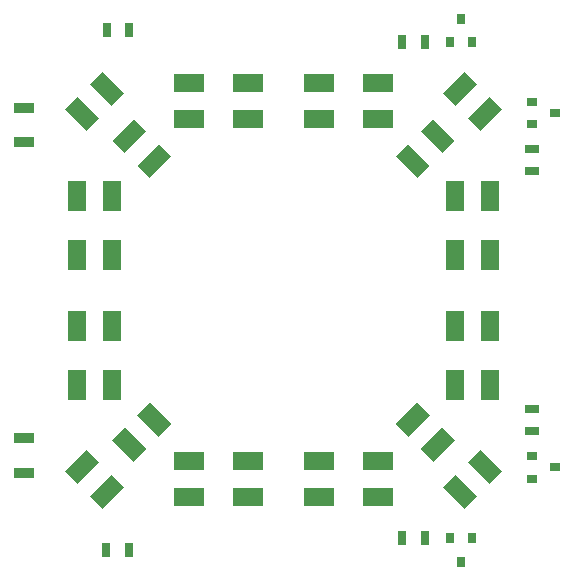
<source format=gtp>
G04 #@! TF.GenerationSoftware,KiCad,Pcbnew,(5.99.0-490-gc7ce93e10)*
G04 #@! TF.CreationDate,2019-12-10T12:04:11+01:00*
G04 #@! TF.ProjectId,LED_Panel_Flat,4c45445f-5061-46e6-956c-5f466c61742e,rev?*
G04 #@! TF.SameCoordinates,Original*
G04 #@! TF.FileFunction,Paste,Top*
G04 #@! TF.FilePolarity,Positive*
%FSLAX46Y46*%
G04 Gerber Fmt 4.6, Leading zero omitted, Abs format (unit mm)*
G04 Created by KiCad (PCBNEW (5.99.0-490-gc7ce93e10)) date 2019-12-10 12:04:11*
%MOMM*%
%LPD*%
G04 APERTURE LIST*
%ADD10R,1.300000X0.700000*%
%ADD11R,0.700000X1.300000*%
%ADD12R,1.700000X0.900000*%
%ADD13R,0.900000X0.800000*%
%ADD14R,0.800000X0.900000*%
%ADD15R,1.500000X2.600000*%
%ADD16R,2.600000X1.500000*%
G04 APERTURE END LIST*
D10*
X160000000Y-103950000D03*
X160000000Y-102050000D03*
D11*
X150950000Y-113000000D03*
X149050000Y-113000000D03*
X150950000Y-71000000D03*
X149050000Y-71000000D03*
D10*
X160000000Y-80050000D03*
X160000000Y-81950000D03*
D11*
X125950000Y-70000000D03*
X124050000Y-70000000D03*
D12*
X117000000Y-76550000D03*
X117000000Y-79450000D03*
D11*
X125900000Y-114000000D03*
X124000000Y-114000000D03*
D12*
X117000000Y-107450000D03*
X117000000Y-104550000D03*
D13*
X160000000Y-106050000D03*
X160000000Y-107950000D03*
X162000000Y-107000000D03*
D14*
X154950000Y-113000000D03*
X153050000Y-113000000D03*
X154000000Y-115000000D03*
X153050000Y-71000000D03*
X154950000Y-71000000D03*
X154000000Y-69000000D03*
D13*
X160000000Y-76050000D03*
X160000000Y-77950000D03*
X162000000Y-77000000D03*
D15*
X156500000Y-84000000D03*
X153500000Y-84000000D03*
X156500000Y-89000000D03*
X153500000Y-89000000D03*
X156500000Y-95000000D03*
X153500000Y-95000000D03*
X156500000Y-100000000D03*
X153500000Y-100000000D03*
G36*
X152489771Y-75328249D02*
G01*
X154328249Y-73489771D01*
X155388909Y-74550431D01*
X153550431Y-76388909D01*
X152489771Y-75328249D01*
G37*
G36*
X154611091Y-77449569D02*
G01*
X156449569Y-75611091D01*
X157510229Y-76671751D01*
X155671751Y-78510229D01*
X154611091Y-77449569D01*
G37*
G36*
X151671751Y-77489771D02*
G01*
X153510229Y-79328249D01*
X152449569Y-80388909D01*
X150611091Y-78550431D01*
X151671751Y-77489771D01*
G37*
G36*
X149550431Y-79611091D02*
G01*
X151388909Y-81449569D01*
X150328249Y-82510229D01*
X148489771Y-80671751D01*
X149550431Y-79611091D01*
G37*
G36*
X155671751Y-105489771D02*
G01*
X157510229Y-107328249D01*
X156449569Y-108388909D01*
X154611091Y-106550431D01*
X155671751Y-105489771D01*
G37*
G36*
X153550431Y-107611091D02*
G01*
X155388909Y-109449569D01*
X154328249Y-110510229D01*
X152489771Y-108671751D01*
X153550431Y-107611091D01*
G37*
G36*
X153510229Y-104671751D02*
G01*
X151671751Y-106510229D01*
X150611091Y-105449569D01*
X152449569Y-103611091D01*
X153510229Y-104671751D01*
G37*
G36*
X151388909Y-102550431D02*
G01*
X149550431Y-104388909D01*
X148489771Y-103328249D01*
X150328249Y-101489771D01*
X151388909Y-102550431D01*
G37*
D16*
X142000000Y-74500000D03*
X142000000Y-77500000D03*
X147000000Y-74500000D03*
X147000000Y-77500000D03*
X147000000Y-109500000D03*
X147000000Y-106500000D03*
X142000000Y-109500000D03*
X142000000Y-106500000D03*
X131000000Y-74500000D03*
X131000000Y-77500000D03*
X136000000Y-74500000D03*
X136000000Y-77500000D03*
X136000000Y-109500000D03*
X136000000Y-106500000D03*
X131000000Y-109500000D03*
X131000000Y-106500000D03*
G36*
X122328249Y-78510229D02*
G01*
X120489771Y-76671751D01*
X121550431Y-75611091D01*
X123388909Y-77449569D01*
X122328249Y-78510229D01*
G37*
G36*
X124449569Y-76388909D02*
G01*
X122611091Y-74550431D01*
X123671751Y-73489771D01*
X125510229Y-75328249D01*
X124449569Y-76388909D01*
G37*
G36*
X124489771Y-79328249D02*
G01*
X126328249Y-77489771D01*
X127388909Y-78550431D01*
X125550431Y-80388909D01*
X124489771Y-79328249D01*
G37*
G36*
X126611091Y-81449569D02*
G01*
X128449569Y-79611091D01*
X129510229Y-80671751D01*
X127671751Y-82510229D01*
X126611091Y-81449569D01*
G37*
G36*
X125510229Y-108671751D02*
G01*
X123671751Y-110510229D01*
X122611091Y-109449569D01*
X124449569Y-107611091D01*
X125510229Y-108671751D01*
G37*
G36*
X123388909Y-106550431D02*
G01*
X121550431Y-108388909D01*
X120489771Y-107328249D01*
X122328249Y-105489771D01*
X123388909Y-106550431D01*
G37*
G36*
X126328249Y-106510229D02*
G01*
X124489771Y-104671751D01*
X125550431Y-103611091D01*
X127388909Y-105449569D01*
X126328249Y-106510229D01*
G37*
G36*
X128449569Y-104388909D02*
G01*
X126611091Y-102550431D01*
X127671751Y-101489771D01*
X129510229Y-103328249D01*
X128449569Y-104388909D01*
G37*
D15*
X121500000Y-89000000D03*
X124500000Y-89000000D03*
X121500000Y-84000000D03*
X124500000Y-84000000D03*
X121500000Y-100000000D03*
X124500000Y-100000000D03*
X121500000Y-95000000D03*
X124500000Y-95000000D03*
M02*

</source>
